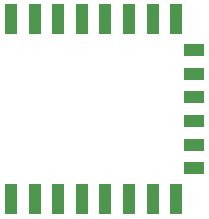
<source format=gbr>
%TF.GenerationSoftware,KiCad,Pcbnew,(6.0.5-0)*%
%TF.CreationDate,2022-07-24T01:31:31-06:00*%
%TF.ProjectId,esp-12-smd-to-dip,6573702d-3132-42d7-936d-642d746f2d64,rev?*%
%TF.SameCoordinates,Original*%
%TF.FileFunction,Paste,Top*%
%TF.FilePolarity,Positive*%
%FSLAX46Y46*%
G04 Gerber Fmt 4.6, Leading zero omitted, Abs format (unit mm)*
G04 Created by KiCad (PCBNEW (6.0.5-0)) date 2022-07-24 01:31:31*
%MOMM*%
%LPD*%
G01*
G04 APERTURE LIST*
%ADD10R,1.000000X2.500000*%
%ADD11R,1.800000X1.000000*%
G04 APERTURE END LIST*
D10*
%TO.C,U1*%
X121272000Y-62337000D03*
X123272000Y-62337000D03*
X125272000Y-62337000D03*
X127272000Y-62337000D03*
X129272000Y-62337000D03*
X131272000Y-62337000D03*
X133272000Y-62337000D03*
X135272000Y-62337000D03*
D11*
X136772000Y-59737000D03*
X136772000Y-57737000D03*
X136772000Y-55737000D03*
X136772000Y-53737000D03*
X136772000Y-51737000D03*
X136772000Y-49737000D03*
D10*
X135272000Y-47137000D03*
X133272000Y-47137000D03*
X131272000Y-47137000D03*
X129272000Y-47137000D03*
X127272000Y-47137000D03*
X125272000Y-47137000D03*
X123272000Y-47137000D03*
X121272000Y-47137000D03*
%TD*%
M02*

</source>
